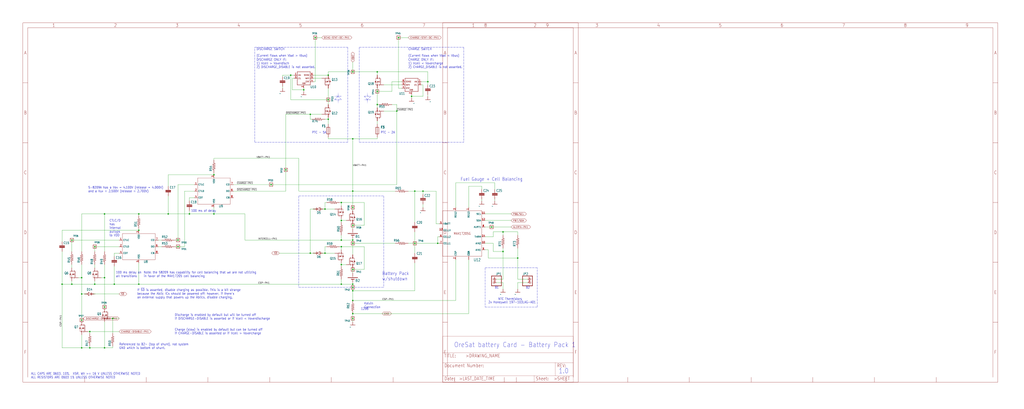
<source format=kicad_sch>
(kicad_sch (version 20211123) (generator eeschema)
  (paper "User" 796.29 317.906)
  (lib_symbols
    (symbol "oresat-batteries-eagle-import:B-18650-LI-BATTERY"
      (property "Reference" "B" (at 0 4.318 0))
      (property "Value" "B-18650-LI-BATTERY" (at 0 -4.318 0))
      (symbol "B-18650-LI-BATTERY_1_0"
        (pin power_in line (at 2.54 0 180) (length 2.54) (name "NEG") (number "NEG-T"))
        (pin power_in line (at -5.08 0 0) (length 2.54) (name "POS") (number "POS-T"))
      )
    )
    (symbol "oresat-batteries-eagle-import:C-EU0603-C-NOSILK"
      (property "Reference" "C" (at 1.524 0.381 0))
      (property "Value" "C-EU0603-C-NOSILK" (at 1.524 -4.699 0))
      (symbol "C-EU0603-C-NOSILK_1_0"
        (pin passive line (at 0 2.54 270) (length 2.54) (name "1") (number "1"))
        (pin passive line (at 0 -5.08 90) (length 2.54) (name "2") (number "2"))
      )
    )
    (symbol "oresat-batteries-eagle-import:DIODE-SOD323-R"
      (property "Reference" "D" (at -2.54 1.905 0))
      (property "Value" "DIODE-SOD323-R" (at -2.54 -3.81 0))
      (symbol "DIODE-SOD323-R_1_0"
        (text "SpiceOrder 1" (at -2.54 0 0) (effects (font (size 0.4064 0.3454))))
        (text "SpiceOrder 2" (at 2.54 0 0) (effects (font (size 0.4064 0.3454))))
        (pin passive line (at -2.54 0 0) (length 0) (name "A") (number "A"))
        (pin passive line (at 2.54 0 180) (length 0) (name "C") (number "C"))
      )
    )
    (symbol "oresat-batteries-eagle-import:FRAME_B_L"
      (symbol "FRAME_B_L_0_0"
        (text "1" (at 23.9889 277.495 0) (effects (font (size 2.54 2.286))))
        (text "2" (at 71.9667 277.495 0) (effects (font (size 2.54 2.286))))
        (text "3" (at 119.9444 277.495 0) (effects (font (size 2.54 2.286))))
        (text "4" (at 167.9222 277.495 0) (effects (font (size 2.54 2.286))))
        (text "5" (at 215.9 277.495 0) (effects (font (size 2.54 2.286))))
        (text "6" (at 263.8778 277.495 0) (effects (font (size 2.54 2.286))))
        (text "7" (at 311.8556 277.495 0) (effects (font (size 2.54 2.286))))
        (text "8" (at 359.8333 277.495 0) (effects (font (size 2.54 2.286))))
        (text "9" (at 407.8111 277.495 0) (effects (font (size 2.54 2.286))))
        (text "A" (at 1.905 256.1167 0) (effects (font (size 2.54 2.286))))
        (text "A" (at 429.895 256.1167 0) (effects (font (size 2.54 2.286))))
        (text "B" (at 1.905 209.55 0) (effects (font (size 2.54 2.286))))
        (text "B" (at 429.895 209.55 0) (effects (font (size 2.54 2.286))))
        (text "C" (at 1.905 162.9833 0) (effects (font (size 2.54 2.286))))
        (text "C" (at 429.895 162.9833 0) (effects (font (size 2.54 2.286))))
        (text "D" (at 1.905 116.4167 0) (effects (font (size 2.54 2.286))))
        (text "D" (at 429.895 116.4167 0) (effects (font (size 2.54 2.286))))
        (text "E" (at 1.905 69.85 0) (effects (font (size 2.54 2.286))))
        (text "E" (at 429.895 69.85 0) (effects (font (size 2.54 2.286))))
        (text "F" (at 1.905 23.2833 0) (effects (font (size 2.54 2.286))))
        (text "F" (at 429.895 23.2833 0) (effects (font (size 2.54 2.286))))
      )
      (symbol "FRAME_B_L_2_0"
        (text ">DRAWING_NAME" (at 17.78 19.05 0) (effects (font (size 2.54 2.159)) (justify left bottom)))
        (text ">LAST_DATE_TIME" (at 12.7 1.27 0) (effects (font (size 2.54 2.159)) (justify left bottom)))
        (text ">SHEET" (at 86.36 1.27 0) (effects (font (size 2.54 2.159)) (justify left bottom)))
        (text "Date:" (at 1.27 1.27 0) (effects (font (size 2.54 2.159)) (justify left bottom)))
        (text "Document Number:" (at 1.27 11.43 0) (effects (font (size 2.54 2.159)) (justify left bottom)))
        (text "REV:" (at 88.9 11.43 0) (effects (font (size 2.54 2.159)) (justify left bottom)))
        (text "Sheet:" (at 72.39 1.27 0) (effects (font (size 2.54 2.159)) (justify left bottom)))
        (text "TITLE:" (at 1.27 19.05 0) (effects (font (size 2.54 2.159)) (justify left bottom)))
      )
    )
    (symbol "oresat-batteries-eagle-import:GENERIC-FUSE-1206"
      (property "Reference" "F" (at -2.54 -3.81 0))
      (property "Value" "GENERIC-FUSE-1206" (at -2.54 -6.35 0))
      (symbol "GENERIC-FUSE-1206_1_0"
        (pin passive line (at 5.08 0 180) (length 5.08) (name "P$1") (number "1"))
        (pin passive line (at -5.08 0 0) (length 5.08) (name "P$2") (number "2"))
      )
    )
    (symbol "oresat-batteries-eagle-import:GND" (power)
      (property "Value" "GND" (at -2.54 -2.54 0))
      (symbol "GND_1_0"
        (pin power_in line (at 0 2.54 270) (length 2.54) (name "GND") (number "1"))
      )
    )
    (symbol "oresat-batteries-eagle-import:LTC4412"
      (property "Reference" "U" (at 5.08 -7.62 0))
      (property "Value" "LTC4412" (at 5.08 -10.16 0))
      (symbol "LTC4412_1_0"
        (text "CTL" (at -4.445 -0.635 0) (effects (font (size 1.016 0.8636)) (justify left bottom)))
        (text "GATE" (at 4.445 0.635 0) (effects (font (size 1.016 0.8636)) (justify right top)))
        (text "GND" (at -1.27 -4.445 0) (effects (font (size 1.016 0.8636)) (justify left bottom)))
        (text "SENSE" (at 4.445 3.175 0) (effects (font (size 1.016 0.8636)) (justify right top)))
        (text "STAT" (at 4.445 -1.905 0) (effects (font (size 1.016 0.8636)) (justify right top)))
        (text "VIN" (at -4.445 1.905 0) (effects (font (size 1.016 0.8636)) (justify left bottom)))
        (pin power_in line (at -7.62 2.54 0) (length 2.54) (name "VIN") (number "1"))
        (pin power_in line (at 0 -7.62 90) (length 2.54) (name "GND") (number "2"))
        (pin input line (at -7.62 0 0) (length 2.54) (name "CTL") (number "3"))
        (pin open_collector line (at 7.62 -2.54 180) (length 2.54) (name "STAT") (number "4"))
        (pin output line (at 7.62 0 180) (length 2.54) (name "GATE") (number "5"))
        (pin input line (at 7.62 2.54 180) (length 2.54) (name "SENSE") (number "6"))
      )
    )
    (symbol "oresat-batteries-eagle-import:MAX17205G"
      (property "Reference" "U" (at 10.16 -22.86 0))
      (property "Value" "MAX17205G" (at 10.16 -25.4 0))
      (symbol "MAX17205G_1_0"
        (text "MAX17205G" (at 0 0 0) (effects (font (size 1.778 1.5113))))
        (pin power_in line (at 5.08 20.32 270) (length 2.54) (name "REG3") (number "1"))
        (pin input line (at 17.78 -7.62 180) (length 2.54) (name "AIN2") (number "10"))
        (pin input line (at 17.78 15.24 180) (length 2.54) (name "SCL") (number "11"))
        (pin bidirectional line (at 17.78 10.16 180) (length 2.54) (name "SDA") (number "12"))
        (pin passive line (at -17.78 2.54 0) (length 2.54) (name "CELLX") (number "13"))
        (pin passive line (at 17.78 -2.54 180) (length 2.54) (name "THRM") (number "14"))
        (pin passive line (at -5.08 -20.32 90) (length 2.54) (name "CSP") (number "2"))
        (pin power_in line (at -5.08 20.32 270) (length 2.54) (name "REG2") (number "3"))
        (pin passive line (at 5.08 -20.32 90) (length 2.54) (name "CSN") (number "4"))
        (pin power_in line (at -17.78 7.62 0) (length 2.54) (name "VBATT") (number "5"))
        (pin passive line (at -17.78 -2.54 0) (length 2.54) (name "CELL2") (number "6"))
        (pin passive line (at -17.78 -7.62 0) (length 2.54) (name "CELL1") (number "7"))
        (pin output line (at 17.78 5.08 180) (length 2.54) (name "ALRT1") (number "8"))
        (pin input line (at 17.78 -12.7 180) (length 2.54) (name "AIN1") (number "9"))
        (pin passive line (at 5.08 -20.32 90) (length 2.54) (name "CSN") (number "EP"))
      )
    )
    (symbol "oresat-batteries-eagle-import:N-MOSFET-SOT-23-3"
      (property "Reference" "Q" (at 5.08 0 0))
      (property "Value" "N-MOSFET-SOT-23-3" (at 5.08 -2.54 0))
      (symbol "N-MOSFET-SOT-23-3_1_0"
        (pin passive line (at -2.54 -2.54 0) (length 2.54) (name "G") (number "1"))
        (pin passive line (at 2.54 -5.08 90) (length 2.54) (name "S") (number "2"))
        (pin passive line (at 2.54 5.08 270) (length 2.54) (name "D") (number "3"))
      )
    )
    (symbol "oresat-batteries-eagle-import:P-MOSFET-SOT23-3"
      (property "Reference" "Q" (at 5.08 0 0))
      (property "Value" "P-MOSFET-SOT23-3" (at 5.08 -2.54 0))
      (symbol "P-MOSFET-SOT23-3_1_0"
        (pin passive line (at -2.54 2.54 0) (length 2.54) (name "G") (number "1"))
        (pin passive line (at 2.54 5.08 270) (length 2.54) (name "S") (number "2"))
        (pin passive line (at 2.54 -5.08 90) (length 2.54) (name "D") (number "3"))
      )
    )
    (symbol "oresat-batteries-eagle-import:PINHD-1X2"
      (property "Reference" "JP" (at -6.35 5.715 0))
      (property "Value" "PINHD-1X2" (at -6.35 -5.08 0))
      (symbol "PINHD-1X2_1_0"
        (pin passive inverted (at -2.54 2.54 0) (length 2.54) (name "1") (number "1"))
        (pin passive inverted (at -2.54 0 0) (length 2.54) (name "2") (number "2"))
      )
    )
    (symbol "oresat-batteries-eagle-import:Q-VISHAY-MOSFET-PCH-POWERPAK-1212-8"
      (property "Reference" "Q" (at 5.08 0.635 0))
      (property "Value" "Q-VISHAY-MOSFET-PCH-POWERPAK-1212-8" (at 5.08 -1.905 0))
      (symbol "Q-VISHAY-MOSFET-PCH-POWERPAK-1212-8_1_0"
        (pin passive line (at 2.54 5.08 270) (length 2.54) (name "S") (number "1"))
        (pin passive line (at 2.54 5.08 270) (length 2.54) (name "S") (number "2"))
        (pin passive line (at 2.54 5.08 270) (length 2.54) (name "S") (number "3"))
        (pin passive line (at -2.54 2.54 0) (length 2.54) (name "G") (number "4"))
        (pin passive line (at 2.54 -5.08 90) (length 2.54) (name "D") (number "5"))
        (pin passive line (at 2.54 -5.08 90) (length 2.54) (name "D") (number "6"))
        (pin passive line (at 2.54 -5.08 90) (length 2.54) (name "D") (number "7"))
        (pin passive line (at 2.54 -5.08 90) (length 2.54) (name "D") (number "8"))
        (pin passive line (at 2.54 -5.08 90) (length 2.54) (name "D") (number "PAD"))
      )
    )
    (symbol "oresat-batteries-eagle-import:R-US_0603-C-NOSILK"
      (property "Reference" "R" (at -3.81 1.4986 0))
      (property "Value" "R-US_0603-C-NOSILK" (at -3.81 -3.302 0))
      (symbol "R-US_0603-C-NOSILK_1_0"
        (pin passive line (at -5.08 0 0) (length 2.54) (name "1") (number "1"))
        (pin passive line (at 5.08 0 180) (length 2.54) (name "2") (number "2"))
      )
    )
    (symbol "oresat-batteries-eagle-import:R-US_1206-C"
      (property "Reference" "R" (at -3.81 1.4986 0))
      (property "Value" "R-US_1206-C" (at -3.81 -3.302 0))
      (symbol "R-US_1206-C_1_0"
        (pin passive line (at -5.08 0 0) (length 2.54) (name "1") (number "1"))
        (pin passive line (at 5.08 0 180) (length 2.54) (name "2") (number "2"))
      )
    )
    (symbol "oresat-batteries-eagle-import:S-8209AXXT"
      (property "Reference" "U" (at 5.08 15.24 0))
      (property "Value" "S-8209AXXT" (at 5.08 12.7 0))
      (symbol "S-8209AXXT_1_0"
        (pin passive line (at -15.24 5.08 0) (length 2.54) (name "CTLC") (number "1"))
        (pin input line (at -15.24 0 0) (length 2.54) (name "CTLD") (number "2"))
        (pin power_in line (at 0 12.7 270) (length 2.54) (name "VDD") (number "3"))
        (pin passive line (at -15.24 -5.08 0) (length 2.54) (name "CDT") (number "4"))
        (pin power_in line (at 0 -12.7 90) (length 2.54) (name "VSS") (number "5"))
        (pin open_collector line (at 15.24 0 180) (length 2.54) (name "DO") (number "6"))
        (pin open_collector line (at 15.24 5.08 180) (length 2.54) (name "CO") (number "7"))
        (pin output line (at 15.24 -5.08 180) (length 2.54) (name "CB") (number "8"))
      )
    )
    (symbol "oresat-batteries-eagle-import:TEST-POINT-LARGE-SQUARE"
      (property "Reference" "TP" (at -2.54 2.54 0))
      (symbol "TEST-POINT-LARGE-SQUARE_1_0"
        (pin passive line (at 0 0 0) (length 0) (name "1") (number "1"))
      )
    )
  )
  (junction (at 81.28 270.51))
  (junction (at 391.16 195.58))
  (junction (at 328.93 148.59))
  (junction (at 265.43 205.74))
  (junction (at 55.88 220.98))
  (junction (at 138.43 186.69))
  (junction (at 245.11 29.21))
  (junction (at 147.32 166.37))
  (junction (at 138.43 191.77))
  (junction (at 274.32 175.26))
  (junction (at 69.85 270.51))
  (junction (at 274.32 189.23))
  (junction (at 236.22 69.85))
  (junction (at 332.74 63.5))
  (junction (at 255.27 92.71))
  (junction (at 226.06 58.42))
  (junction (at 274.32 107.95))
  (junction (at 255.27 58.42))
  (junction (at 222.25 132.08))
  (junction (at 391.16 180.34))
  (junction (at 340.36 189.23))
  (junction (at 81.28 238.76))
  (junction (at 87.63 247.65))
  (junction (at 322.58 148.59))
  (junction (at 402.59 200.66))
  (junction (at 81.28 215.9))
  (junction (at 241.3 88.9))
  (junction (at 274.32 186.69))
  (junction (at 63.5 270.51))
  (junction (at 274.32 223.52))
  (junction (at 252.73 162.56))
  (junction (at 107.95 220.98))
  (junction (at 274.32 226.06))
  (junction (at 274.32 209.55))
  (junction (at 73.66 220.98))
  (junction (at 55.88 186.69))
  (junction (at 255.27 77.47))
  (junction (at 265.43 191.77))
  (junction (at 274.32 55.88))
  (junction (at 274.32 148.59))
  (junction (at 382.27 176.53))
  (junction (at 274.32 233.68))
  (junction (at 265.43 157.48))
  (junction (at 130.81 166.37))
  (junction (at 107.95 179.07))
  (junction (at 274.32 161.29))
  (junction (at 252.73 196.85))
  (junction (at 293.37 81.28))
  (junction (at 274.32 243.84))
  (junction (at 63.5 228.6))
  (junction (at 88.9 220.98))
  (junction (at 322.58 189.23))
  (junction (at 274.32 220.98))
  (junction (at 63.5 248.92))
  (junction (at 265.43 171.45))
  (junction (at 73.66 191.77))
  (junction (at 166.37 166.37))
  (junction (at 293.37 71.12))
  (junction (at 293.37 55.88))
  (junction (at 274.32 247.65))
  (junction (at 48.26 220.98))
  (junction (at 210.82 143.51))
  (junction (at 320.04 74.93))
  (junction (at 265.43 220.98))
  (junction (at 309.88 29.21))
  (junction (at 241.3 196.85))
  (junction (at 308.61 86.36))
  (junction (at 265.43 186.69))
  (junction (at 107.95 166.37))
  (junction (at 69.85 257.81))
  (junction (at 81.28 166.37))
  (junction (at 63.5 215.9))
  (junction (at 166.37 135.89))
  (wire (pts (xy 63.5 270.51) (xy 69.85 270.51)))
  (wire (pts (xy 274.32 209.55) (xy 274.32 208.28)))
  (polyline (pts (xy 288.29 74.93) (xy 285.75 77.47)))
  (wire (pts (xy 243.84 60.96) (xy 250.19 60.96)))
  (wire (pts (xy 63.5 215.9) (xy 63.5 228.6)))
  (polyline (pts (xy 262.89 74.93) (xy 262.89 72.39)))
  (polyline (pts (xy 232.41 223.52) (xy 298.45 223.52)))
  (polyline (pts (xy 279.4 36.83) (xy 279.4 110.49)))
  (wire (pts (xy 340.36 189.23) (xy 340.36 184.15)))
  (wire (pts (xy 265.43 204.47) (xy 265.43 205.74)))
  (wire (pts (xy 383.54 195.58) (xy 391.16 195.58)))
  (wire (pts (xy 228.6 60.96) (xy 227.33 60.96)))
  (wire (pts (xy 265.43 186.69) (xy 190.5 186.69)))
  (wire (pts (xy 107.95 179.07) (xy 48.26 179.07)))
  (wire (pts (xy 73.66 195.58) (xy 73.66 191.77)))
  (wire (pts (xy 81.28 215.9) (xy 81.28 238.76)))
  (wire (pts (xy 328.93 148.59) (xy 339.09 148.59)))
  (wire (pts (xy 135.89 191.77) (xy 138.43 191.77)))
  (wire (pts (xy 379.73 194.31) (xy 379.73 200.66)))
  (wire (pts (xy 309.88 29.21) (xy 317.5 29.21)))
  (wire (pts (xy 320.04 74.93) (xy 320.04 73.66)))
  (wire (pts (xy 265.43 205.74) (xy 265.43 207.01)))
  (wire (pts (xy 72.39 228.6) (xy 92.71 228.6)))
  (wire (pts (xy 265.43 157.48) (xy 283.21 157.48)))
  (wire (pts (xy 86.36 247.65) (xy 87.63 247.65)))
  (wire (pts (xy 274.32 247.65) (xy 274.32 250.19)))
  (wire (pts (xy 254 191.77) (xy 252.73 191.77)))
  (wire (pts (xy 69.85 257.81) (xy 92.71 257.81)))
  (wire (pts (xy 274.32 189.23) (xy 307.34 189.23)))
  (wire (pts (xy 241.3 196.85) (xy 245.11 196.85)))
  (wire (pts (xy 243.84 63.5) (xy 245.11 63.5)))
  (wire (pts (xy 73.66 205.74) (xy 73.66 208.28)))
  (wire (pts (xy 377.19 194.31) (xy 379.73 194.31)))
  (wire (pts (xy 190.5 186.69) (xy 190.5 166.37)))
  (wire (pts (xy 384.81 156.21) (xy 384.81 154.94)))
  (wire (pts (xy 264.16 157.48) (xy 265.43 157.48)))
  (wire (pts (xy 73.66 218.44) (xy 73.66 220.98)))
  (polyline (pts (xy 285.75 77.47) (xy 285.75 80.01)))
  (polyline (pts (xy 265.43 74.93) (xy 262.89 74.93)))
  (wire (pts (xy 322.58 148.59) (xy 328.93 148.59)))
  (wire (pts (xy 309.88 29.21) (xy 309.88 68.58)))
  (wire (pts (xy 377.19 189.23) (xy 383.54 189.23)))
  (wire (pts (xy 377.19 166.37) (xy 397.51 166.37)))
  (wire (pts (xy 60.96 215.9) (xy 63.5 215.9)))
  (wire (pts (xy 327.66 66.04) (xy 328.93 66.04)))
  (wire (pts (xy 265.43 171.45) (xy 265.43 170.18)))
  (wire (pts (xy 81.28 270.51) (xy 81.28 250.19)))
  (wire (pts (xy 92.71 186.69) (xy 55.88 186.69)))
  (wire (pts (xy 274.32 189.23) (xy 274.32 186.69)))
  (polyline (pts (xy 285.75 74.93) (xy 288.29 74.93)))
  (wire (pts (xy 255.27 77.47) (xy 255.27 81.28)))
  (polyline (pts (xy 260.35 77.47) (xy 262.89 77.47)))
  (wire (pts (xy 274.32 212.09) (xy 274.32 209.55)))
  (wire (pts (xy 107.95 179.07) (xy 107.95 177.8)))
  (wire (pts (xy 328.93 74.93) (xy 320.04 74.93)))
  (wire (pts (xy 107.95 166.37) (xy 81.28 166.37)))
  (wire (pts (xy 402.59 219.71) (xy 402.59 224.79)))
  (wire (pts (xy 298.45 66.04) (xy 312.42 66.04)))
  (wire (pts (xy 88.9 196.85) (xy 88.9 199.39)))
  (wire (pts (xy 269.24 171.45) (xy 265.43 171.45)))
  (wire (pts (xy 250.19 196.85) (xy 252.73 196.85)))
  (wire (pts (xy 391.16 195.58) (xy 391.16 217.17)))
  (wire (pts (xy 274.32 161.29) (xy 274.32 148.59)))
  (wire (pts (xy 55.88 208.28) (xy 55.88 205.74)))
  (wire (pts (xy 226.06 58.42) (xy 219.71 58.42)))
  (wire (pts (xy 166.37 135.89) (xy 130.81 135.89)))
  (wire (pts (xy 107.95 166.37) (xy 130.81 166.37)))
  (wire (pts (xy 383.54 180.34) (xy 391.16 180.34)))
  (wire (pts (xy 236.22 69.85) (xy 236.22 68.58)))
  (wire (pts (xy 327.66 63.5) (xy 332.74 63.5)))
  (wire (pts (xy 190.5 166.37) (xy 166.37 166.37)))
  (wire (pts (xy 255.27 107.95) (xy 274.32 107.95)))
  (wire (pts (xy 382.27 176.53) (xy 397.51 176.53)))
  (wire (pts (xy 308.61 143.51) (xy 210.82 143.51)))
  (wire (pts (xy 274.32 186.69) (xy 265.43 186.69)))
  (wire (pts (xy 283.21 175.26) (xy 283.21 157.48)))
  (wire (pts (xy 92.71 196.85) (xy 88.9 196.85)))
  (wire (pts (xy 269.24 205.74) (xy 265.43 205.74)))
  (wire (pts (xy 374.65 156.21) (xy 374.65 154.94)))
  (wire (pts (xy 294.64 81.28) (xy 293.37 81.28)))
  (wire (pts (xy 226.06 77.47) (xy 255.27 77.47)))
  (wire (pts (xy 283.21 209.55) (xy 274.32 209.55)))
  (wire (pts (xy 308.61 86.36) (xy 298.45 86.36)))
  (wire (pts (xy 55.88 195.58) (xy 55.88 186.69)))
  (wire (pts (xy 317.5 148.59) (xy 322.58 148.59)))
  (wire (pts (xy 252.73 162.56) (xy 260.35 162.56)))
  (wire (pts (xy 312.42 63.5) (xy 304.8 63.5)))
  (wire (pts (xy 63.5 195.58) (xy 63.5 166.37)))
  (wire (pts (xy 383.54 184.15) (xy 383.54 180.34)))
  (wire (pts (xy 227.33 69.85) (xy 236.22 69.85)))
  (polyline (pts (xy 283.21 74.93) (xy 285.75 74.93)))
  (wire (pts (xy 210.82 143.51) (xy 181.61 143.51)))
  (wire (pts (xy 69.85 257.81) (xy 69.85 259.08)))
  (wire (pts (xy 236.22 71.12) (xy 236.22 69.85)))
  (wire (pts (xy 48.26 220.98) (xy 55.88 220.98)))
  (wire (pts (xy 265.43 186.69) (xy 265.43 182.88)))
  (wire (pts (xy 87.63 247.65) (xy 92.71 247.65)))
  (wire (pts (xy 147.32 156.21) (xy 147.32 153.67)))
  (wire (pts (xy 147.32 166.37) (xy 130.81 166.37)))
  (wire (pts (xy 68.58 257.81) (xy 69.85 257.81)))
  (wire (pts (xy 245.11 29.21) (xy 250.19 29.21)))
  (polyline (pts (xy 198.12 36.83) (xy 270.51 36.83)))
  (wire (pts (xy 293.37 96.52) (xy 293.37 93.98)))
  (polyline (pts (xy 279.4 110.49) (xy 360.68 110.49)))
  (wire (pts (xy 402.59 217.17) (xy 410.21 217.17)))
  (wire (pts (xy 293.37 68.58) (xy 293.37 71.12)))
  (wire (pts (xy 374.65 147.32) (xy 374.65 144.78)))
  (wire (pts (xy 379.73 200.66) (xy 402.59 200.66)))
  (wire (pts (xy 107.95 167.64) (xy 107.95 166.37)))
  (wire (pts (xy 374.65 144.78) (xy 364.49 144.78)))
  (wire (pts (xy 254 157.48) (xy 252.73 157.48)))
  (wire (pts (xy 81.28 215.9) (xy 81.28 205.74)))
  (wire (pts (xy 274.32 226.06) (xy 274.32 233.68)))
  (wire (pts (xy 274.32 107.95) (xy 274.32 148.59)))
  (wire (pts (xy 265.43 191.77) (xy 283.21 191.77)))
  (wire (pts (xy 87.63 270.51) (xy 87.63 269.24)))
  (wire (pts (xy 391.16 217.17) (xy 386.08 217.17)))
  (wire (pts (xy 255.27 92.71) (xy 252.73 92.71)))
  (wire (pts (xy 255.27 92.71) (xy 255.27 96.52)))
  (wire (pts (xy 332.74 55.88) (xy 332.74 63.5)))
  (wire (pts (xy 274.32 226.06) (xy 322.58 226.06)))
  (wire (pts (xy 107.95 220.98) (xy 107.95 204.47)))
  (wire (pts (xy 243.84 58.42) (xy 255.27 58.42)))
  (wire (pts (xy 252.73 196.85) (xy 260.35 196.85)))
  (wire (pts (xy 226.06 77.47) (xy 226.06 58.42)))
  (wire (pts (xy 274.32 163.83) (xy 274.32 161.29)))
  (wire (pts (xy 255.27 55.88) (xy 274.32 55.88)))
  (wire (pts (xy 81.28 238.76) (xy 81.28 240.03)))
  (polyline (pts (xy 377.19 238.76) (xy 417.83 238.76)))
  (wire (pts (xy 241.3 88.9) (xy 222.25 88.9)))
  (polyline (pts (xy 232.41 152.4) (xy 232.41 223.52)))
  (wire (pts (xy 48.26 220.98) (xy 48.26 195.58)))
  (wire (pts (xy 402.59 180.34) (xy 402.59 182.88)))
  (wire (pts (xy 293.37 81.28) (xy 293.37 71.12)))
  (wire (pts (xy 274.32 226.06) (xy 274.32 223.52)))
  (wire (pts (xy 265.43 157.48) (xy 265.43 160.02)))
  (wire (pts (xy 219.71 59.69) (xy 219.71 58.42)))
  (polyline (pts (xy 262.89 77.47) (xy 262.89 80.01)))
  (wire (pts (xy 123.19 191.77) (xy 125.73 191.77)))
  (wire (pts (xy 391.16 219.71) (xy 386.08 219.71)))
  (wire (pts (xy 81.28 195.58) (xy 81.28 166.37)))
  (polyline (pts (xy 270.51 36.83) (xy 270.51 110.49)))
  (wire (pts (xy 166.37 123.19) (xy 232.41 123.19)))
  (wire (pts (xy 402.59 200.66) (xy 402.59 217.17)))
  (wire (pts (xy 293.37 55.88) (xy 293.37 58.42)))
  (wire (pts (xy 328.93 158.75) (xy 328.93 161.29)))
  (polyline (pts (xy 417.83 208.28) (xy 377.19 208.28)))
  (wire (pts (xy 245.11 162.56) (xy 241.3 162.56)))
  (wire (pts (xy 274.32 185.42) (xy 274.32 186.69)))
  (wire (pts (xy 391.16 182.88) (xy 391.16 180.34)))
  (wire (pts (xy 48.26 220.98) (xy 48.26 270.51)))
  (polyline (pts (xy 288.29 77.47) (xy 285.75 77.47)))
  (wire (pts (xy 81.28 215.9) (xy 78.74 215.9)))
  (wire (pts (xy 252.73 191.77) (xy 252.73 196.85)))
  (wire (pts (xy 274.32 198.12) (xy 274.32 189.23)))
  (wire (pts (xy 274.32 175.26) (xy 274.32 173.99)))
  (wire (pts (xy 354.33 142.24) (xy 384.81 142.24)))
  (wire (pts (xy 391.16 219.71) (xy 391.16 224.79)))
  (wire (pts (xy 73.66 220.98) (xy 88.9 220.98)))
  (wire (pts (xy 274.32 177.8) (xy 274.32 175.26)))
  (wire (pts (xy 63.5 215.9) (xy 63.5 205.74)))
  (wire (pts (xy 322.58 204.47) (xy 322.58 226.06)))
  (wire (pts (xy 241.3 196.85) (xy 217.17 196.85)))
  (wire (pts (xy 341.63 173.99) (xy 339.09 173.99)))
  (polyline (pts (xy 279.4 36.83) (xy 360.68 36.83)))
  (wire (pts (xy 48.26 270.51) (xy 63.5 270.51)))
  (polyline (pts (xy 285.75 77.47) (xy 283.21 77.47)))
  (wire (pts (xy 377.19 171.45) (xy 397.51 171.45)))
  (wire (pts (xy 55.88 220.98) (xy 73.66 220.98)))
  (wire (pts (xy 308.61 86.36) (xy 308.61 143.51)))
  (wire (pts (xy 328.93 151.13) (xy 328.93 148.59)))
  (polyline (pts (xy 265.43 77.47) (xy 262.89 74.93)))
  (wire (pts (xy 283.21 191.77) (xy 283.21 209.55)))
  (wire (pts (xy 322.58 172.72) (xy 322.58 148.59)))
  (wire (pts (xy 227.33 60.96) (xy 227.33 69.85)))
  (wire (pts (xy 377.19 176.53) (xy 382.27 176.53)))
  (wire (pts (xy 241.3 162.56) (xy 241.3 196.85)))
  (wire (pts (xy 63.5 270.51) (xy 63.5 260.35)))
  (wire (pts (xy 232.41 148.59) (xy 274.32 148.59)))
  (wire (pts (xy 309.88 68.58) (xy 312.42 68.58)))
  (wire (pts (xy 241.3 88.9) (xy 241.3 92.71)))
  (polyline (pts (xy 285.75 77.47) (xy 283.21 74.93)))
  (wire (pts (xy 69.85 270.51) (xy 81.28 270.51)))
  (polyline (pts (xy 270.51 110.49) (xy 198.12 110.49)))
  (wire (pts (xy 354.33 201.93) (xy 354.33 233.68)))
  (wire (pts (xy 293.37 83.82) (xy 293.37 81.28)))
  (wire (pts (xy 166.37 135.89) (xy 166.37 134.62)))
  (wire (pts (xy 274.32 107.95) (xy 293.37 107.95)))
  (wire (pts (xy 232.41 148.59) (xy 232.41 123.19)))
  (polyline (pts (xy 285.75 74.93) (xy 285.75 72.39)))
  (wire (pts (xy 340.36 184.15) (xy 341.63 184.15)))
  (wire (pts (xy 135.89 186.69) (xy 138.43 186.69)))
  (wire (pts (xy 320.04 76.2) (xy 320.04 74.93)))
  (wire (pts (xy 245.11 63.5) (xy 245.11 29.21)))
  (wire (pts (xy 274.32 175.26) (xy 283.21 175.26)))
  (wire (pts (xy 339.09 173.99) (xy 339.09 148.59)))
  (wire (pts (xy 332.74 63.5) (xy 332.74 66.04)))
  (wire (pts (xy 81.28 270.51) (xy 87.63 270.51)))
  (wire (pts (xy 322.58 189.23) (xy 340.36 189.23)))
  (wire (pts (xy 328.93 66.04) (xy 328.93 74.93)))
  (wire (pts (xy 293.37 55.88) (xy 332.74 55.88)))
  (wire (pts (xy 55.88 218.44) (xy 55.88 220.98)))
  (wire (pts (xy 255.27 68.58) (xy 255.27 77.47)))
  (wire (pts (xy 377.19 184.15) (xy 383.54 184.15)))
  (wire (pts (xy 322.58 189.23) (xy 322.58 180.34)))
  (wire (pts (xy 130.81 166.37) (xy 130.81 152.4)))
  (polyline (pts (xy 360.68 36.83) (xy 360.68 110.49)))
  (wire (pts (xy 383.54 189.23) (xy 383.54 195.58)))
  (wire (pts (xy 265.43 217.17) (xy 265.43 220.98)))
  (wire (pts (xy 147.32 166.37) (xy 147.32 163.83)))
  (wire (pts (xy 364.49 144.78) (xy 364.49 161.29)))
  (wire (pts (xy 87.63 247.65) (xy 87.63 259.08)))
  (wire (pts (xy 166.37 166.37) (xy 166.37 161.29)))
  (wire (pts (xy 147.32 153.67) (xy 151.13 153.67)))
  (wire (pts (xy 402.59 200.66) (xy 402.59 193.04)))
  (polyline (pts (xy 377.19 208.28) (xy 377.19 238.76)))
  (wire (pts (xy 252.73 157.48) (xy 252.73 162.56)))
  (polyline (pts (xy 417.83 238.76) (xy 417.83 208.28)))
  (wire (pts (xy 250.19 88.9) (xy 241.3 88.9)))
  (wire (pts (xy 332.74 73.66) (xy 332.74 74.93)))
  (wire (pts (xy 123.19 186.69) (xy 125.73 186.69)))
  (wire (pts (xy 265.43 220.98) (xy 107.95 220.98)))
  (wire (pts (xy 255.27 91.44) (xy 255.27 92.71)))
  (wire (pts (xy 67.31 228.6) (xy 63.5 228.6)))
  (wire (pts (xy 63.5 228.6) (xy 63.5 248.92)))
  (wire (pts (xy 391.16 195.58) (xy 391.16 193.04)))
  (wire (pts (xy 48.26 179.07) (xy 48.26 187.96)))
  (wire (pts (xy 391.16 180.34) (xy 402.59 180.34)))
  (wire (pts (xy 255.27 106.68) (xy 255.27 107.95)))
  (wire (pts (xy 219.71 67.31) (xy 219.71 68.58)))
  (wire (pts (xy 255.27 58.42) (xy 255.27 55.88)))
  (polyline (pts (xy 262.89 74.93) (xy 260.35 74.93)))
  (polyline (pts (xy 262.89 74.93) (xy 260.35 77.47)))
  (wire (pts (xy 228.6 58.42) (xy 226.06 58.42)))
  (wire (pts (xy 384.81 142.24) (xy 384.81 147.32)))
  (wire (pts (xy 274.32 219.71) (xy 274.32 220.98)))
  (wire (pts (xy 274.32 243.84) (xy 364.49 243.84)))
  (wire (pts (xy 264.16 191.77) (xy 265.43 191.77)))
  (wire (pts (xy 138.43 186.69) (xy 138.43 143.51)))
  (wire (pts (xy 274.32 55.88) (xy 293.37 55.88)))
  (wire (pts (xy 304.8 63.5) (xy 304.8 71.12)))
  (wire (pts (xy 92.71 191.77) (xy 73.66 191.77)))
  (wire (pts (xy 274.32 55.88) (xy 274.32 48.26)))
  (wire (pts (xy 138.43 191.77) (xy 143.51 191.77)))
  (wire (pts (xy 265.43 172.72) (xy 265.43 171.45)))
  (wire (pts (xy 364.49 201.93) (xy 364.49 243.84)))
  (wire (pts (xy 274.32 247.65) (xy 274.32 243.84)))
  (wire (pts (xy 222.25 148.59) (xy 222.25 132.08)))
  (wire (pts (xy 63.5 248.92) (xy 63.5 250.19)))
  (wire (pts (xy 274.32 148.59) (xy 307.34 148.59)))
  (wire (pts (xy 250.19 162.56) (xy 252.73 162.56)))
  (wire (pts (xy 166.37 166.37) (xy 147.32 166.37)))
  (wire (pts (xy 317.5 189.23) (xy 322.58 189.23)))
  (wire (pts (xy 88.9 220.98) (xy 107.95 220.98)))
  (wire (pts (xy 274.32 220.98) (xy 265.43 220.98)))
  (wire (pts (xy 130.81 135.89) (xy 130.81 144.78)))
  (wire (pts (xy 274.32 233.68) (xy 354.33 233.68)))
  (wire (pts (xy 304.8 81.28) (xy 308.61 81.28)))
  (wire (pts (xy 143.51 148.59) (xy 151.13 148.59)))
  (wire (pts (xy 222.25 88.9) (xy 222.25 132.08)))
  (wire (pts (xy 138.43 143.51) (xy 151.13 143.51)))
  (wire (pts (xy 293.37 107.95) (xy 293.37 106.68)))
  (wire (pts (xy 304.8 71.12) (xy 293.37 71.12)))
  (wire (pts (xy 354.33 161.29) (xy 354.33 142.24)))
  (wire (pts (xy 88.9 207.01) (xy 88.9 220.98)))
  (polyline (pts (xy 232.41 152.4) (xy 298.45 152.4)))
  (polyline (pts (xy 198.12 110.49) (xy 198.12 36.83)))
  (polyline (pts (xy 298.45 152.4) (xy 298.45 223.52)))
  (wire (pts (xy 241.3 92.71) (xy 242.57 92.71)))
  (wire (pts (xy 143.51 191.77) (xy 143.51 148.59)))
  (wire (pts (xy 81.28 166.37) (xy 63.5 166.37)))
  (wire (pts (xy 274.32 223.52) (xy 274.32 220.98)))
  (wire (pts (xy 265.43 191.77) (xy 265.43 194.31)))
  (wire (pts (xy 341.63 189.23) (xy 340.36 189.23)))
  (wire (pts (xy 410.21 219.71) (xy 402.59 219.71)))
  (wire (pts (xy 69.85 269.24) (xy 69.85 270.51)))
  (wire (pts (xy 308.61 81.28) (xy 308.61 86.36)))
  (wire (pts (xy 166.37 124.46) (xy 166.37 123.19)))
  (wire (pts (xy 322.58 196.85) (xy 322.58 189.23)))
  (wire (pts (xy 181.61 148.59) (xy 222.25 148.59)))
  (polyline (pts (xy 262.89 77.47) (xy 265.43 77.47)))
  (text "PTC - 5A" (at 242.57 104.14 180) (effects (font (size 1.778 1.5113)) (justify left bottom)))
  (text "S-8209A has a Vov = 4.100V (release = 4.000V)\nand a Vuv = 2.500V (release = 2.700V)" (at 68.58 149.86 0) (effects (font (size 1.778 1.5113)) (justify left bottom)))
  (text "Referenced to B2- (top of shunt), not system\nGND which is bottom of shunt." (at 92.71 271.78 0) (effects (font (size 1.778 1.5113)) (justify left bottom)))
  (text "B2" (at 408.94 224.79 180) (effects (font (size 1.778 1.5113)) (justify left bottom)))
  (text "CHARGE SWITCH" (at 317.5 39.37 180) (effects (font (size 1.778 1.5113)) (justify left bottom)))
  (text "1206" (at 280.67 241.3 180) (effects (font (size 1.778 1.5113)) (justify left bottom)))
  (text "Note: the S8209 has capability for cell balancing that we are not utilizing\nin favor of the MAX17205 cell balancing" (at 111.76 215.9 0) (effects (font (size 1.778 1.5113)) (justify left bottom)))
  (text "CHARGE ONLY IF:\n1) Vcell < Vovercharge\n2) CHARGE_DISABLE is not asserted." (at 317.5 53.34 0) (effects (font (size 1.778 1.5113)) (justify left bottom)))
  (text "Kelvin\nConnection" (at 283.21 240.03 180) (effects (font (size 1.778 1.5113)) (justify left bottom)))
  (text "Charge (slow) is enabled by default but can be turned off\nif CHARGE-DISABLE is asserted or if Vcell > Vovercharge" (at 135.89 260.35 0) (effects (font (size 1.778 1.5113)) (justify left bottom)))
  (text "B1" (at 384.81 224.79 180) (effects (font (size 1.778 1.5113)) (justify left bottom)))
  (text "PTC - 2A" (at 295.91 104.14 180) (effects (font (size 1.778 1.5113)) (justify left bottom)))
  (text "CTLC/D\nhas\ninternal\npullups\nto VDD" (at 85.09 184.15 180) (effects (font (size 1.778 1.5113)) (justify left bottom)))
  (text "OreSat battery Card - Battery Pack 1" (at 353.06 270.51 180) (effects (font (size 3.81 3.2385)) (justify left bottom)))
  (text "ALL CAPS ARE 0603, 10%,  X5R, WV >= 16 V UNLESS OTHERWISE NOTED\nALL RESISTORS ARE 0603 1% UNLESS OTHERWISE NOTED" (at 24.13 294.64 0) (effects (font (size 1.778 1.5113)) (justify left bottom)))
  (text "DISCHARGE SWITCH" (at 199.39 39.37 180) (effects (font (size 1.778 1.5113)) (justify left bottom)))
  (text "NTC Thermistors" (at 387.35 233.68 180) (effects (font (size 1.778 1.5113)) (justify left bottom)))
  (text "1.0" (at 434.34 290.83 180) (effects (font (size 3.81 3.2385)) (justify left bottom)))
  (text "Discharge is enabled by default but will be turned off\nif DISCHARGE-DISABLE is asserted or if Vcell < Voverdischarge" (at 135.89 248.92 0) (effects (font (size 1.778 1.5113)) (justify left bottom)))
  (text "2x Honeywell 197-103LAG-A01" (at 379.73 236.22 180) (effects (font (size 1.778 1.5113)) (justify left bottom)))
  (text "If ~{SD} is asserted, disable charging as possible. This is a bit strange\nbecause the Ablic ICs should be powered off; however, if there's\nan external supply that powers up the Ablics, disable charging." (at 106.68 232.41 0) (effects (font (size 1.778 1.5113)) (justify left bottom)))
  (text "(Current flows when Vbat > Vbus)" (at 199.39 44.45 180) (effects (font (size 1.778 1.5113)) (justify left bottom)))
  (text "(Current flows when Vbat < Vbus)" (at 317.5 44.45 180) (effects (font (size 1.778 1.5113)) (justify left bottom)))
  (text "100 ms of delay" (at 148.59 165.1 180) (effects (font (size 1.778 1.5113)) (justify left bottom)))
  (text "DISCHARGE ONLY IF:\n1) Vcell > Voverdisch\n2) DISCHARGE_DISABLE is not asserted." (at 199.39 53.34 0) (effects (font (size 1.778 1.5113)) (justify left bottom)))
  (text "Fuel Gauge + Cell Balancing" (at 358.14 140.97 180) (effects (font (size 2.54 2.159)) (justify left bottom)))
  (text "Battery Pack\nw/shutdown" (at 297.18 218.44 180) (effects (font (size 2.54 2.159)) (justify left bottom)))
  (text "100 ms delay on\nall transitions" (at 90.17 215.9 180) (effects (font (size 1.778 1.5113)) (justify left bottom)))
  (label "CSP-PK1" (at 48.26 254 90) (effects (font (size 1.2446 1.2446))))
  (label "VBATT-PK1" (at 199.39 123.19 0) (effects (font (size 1.2446 1.2446))))
  (label "~{DISCHARGE-PK1}" (at 222.25 88.9 0) (effects (font (size 1.2446 1.2446))))
  (label "INTERCELL-PK1" (at 200.66 186.69 0) (effects (font (size 1.2446 1.2446))))
  (label "VBATT-PK1" (at 274.32 129.54 0) (effects (font (size 1.2446 1.2446))))
  (label "~{CHARGE-PK1}" (at 308.61 86.36 0) (effects (font (size 1.2446 1.2446))))
  (label "~{DISCHARGE-PK1}" (at 184.15 148.59 0) (effects (font (size 1.2446 1.2446))))
  (label "CSP-PK1" (at 200.66 220.98 0) (effects (font (size 1.2446 1.2446))))
  (label "CSP-PK1" (at 297.18 233.68 0) (effects (font (size 1.2446 1.2446))))
  (label "~{CHARGE-PK1}" (at 184.15 143.51 0) (effects (font (size 1.2446 1.2446))))
  (global_label "PB6/SCL" (shape bidirectional) (at 397.51 166.37 0) (effects (font (size 1.2446 1.2446))) (property "Intersheet References" "${INTERSHEET_REFS}" (effects hide)))
  (global_label "~{SD}" (shape bidirectional) (at 217.17 196.85 180) (effects (font (size 1.2446 1.2446))) (property "Intersheet References" "${INTERSHEET_REFS}" (effects hide)))
  (global_label "DISCHARGE-DISABLE-PK1" (shape bidirectional) (at 92.71 247.65 180) (effects (font (size 1.2446 1.2446))) (property "Intersheet References" "${INTERSHEET_REFS}" (effects hide)))
  (global_label "CHARGE-STAT-OC-PK1" (shape bidirectional) (at 317.5 29.21 0) (effects (font (size 1.2446 1.2446))) (property "Intersheet References" "${INTERSHEET_REFS}" (effects hide)))
  (global_label "PB7/SDA" (shape bidirectional) (at 397.51 171.45 0) (effects (font (size 1.2446 1.2446))) (property "Intersheet References" "${INTERSHEET_REFS}" (effects hide)))
  (global_label "~{SD}" (shape bidirectional) (at 92.71 228.6 0) (effects (font (size 1.2446 1.2446))) (property "Intersheet References" "${INTERSHEET_REFS}" (effects hide)))
  (global_label "GND" (shape bidirectional) (at 297.18 243.84 0) (effects (font (size 1.2446 1.2446))) (property "Intersheet References" "${INTERSHEET_REFS}" (effects hide)))
  (global_label "DCHG-STAT-OC-PK1" (shape bidirectional) (at 250.19 29.21 0) (effects (font (size 1.2446 1.2446))) (property "Intersheet References" "${INTERSHEET_REFS}" (effects hide)))
  (global_label "VBAT" (shape bidirectional) (at 274.32 48.26 90) (effects (font (size 1.2446 1.2446))) (property "Intersheet References" "${INTERSHEET_REFS}" (effects hide)))
  (global_label "ALERTA-PK1" (shape bidirectional) (at 397.51 176.53 0) (effects (font (size 1.2446 1.2446))) (property "Intersheet References" "${INTERSHEET_REFS}" (effects hide)))
  (global_label "CHARGE-DISABLE-PK1" (shape bidirectional) (at 92.71 257.81 0) (effects (font (size 1.2446 1.2446))) (property "Intersheet References" "${INTERSHEET_REFS}" (effects hide)))
  (symbol (lib_id "oresat-batteries-eagle-import:C-EU0603-C-NOSILK") (at 332.74 68.58 0) (unit 1)
    (property "Reference" "C23" (at 333.756 67.945 0) (effects (font (size 1.778 1.5113)) (justify left bottom)))
  )
  (symbol (lib_id "oresat-batteries-eagle-import:C-EU0603-C-NOSILK") (at 384.81 149.86 0) (unit 1)
    (property "Reference" "C25" (at 385.826 149.225 0) (effects (font (size 1.778 1.5113)) (justify left bottom)))
  )
  (symbol (lib_id "oresat-batteries-eagle-import:R-US_0603-C-NOSILK") (at 312.42 148.59 180) (unit 1)
    (property "Reference" "R65" (at 307.34 147.32 0) (effects (font (size 1.778 1.5113)) (justify right top)))
  )
  (symbol (lib_id "oresat-batteries-eagle-import:P-MOSFET-SOT23-3") (at 262.89 199.39 0) (unit 1)
    (property "Reference" "Q15" (at 256.54 201.93 0) (effects (font (size 1.778 1.5113)) (justify left bottom)))
  )
  (symbol (lib_id "oresat-batteries-eagle-import:TEST-POINT-LARGE-SQUARE") (at 382.27 176.53 0) (mirror y) (unit 1)
    (property "Reference" "TP48" (at 379.73 173.99 0) (effects (font (size 1.27 1.0795)) (justify right bottom)))
  )
  (symbol (lib_id "oresat-batteries-eagle-import:GND") (at 384.81 158.75 0) (unit 1)
    (property "Reference" "#GND54" (effects hide))
  )
  (symbol (lib_id "oresat-batteries-eagle-import:R-US_0603-C-NOSILK") (at 265.43 177.8 270) (unit 1)
    (property "Reference" "R60" (at 264.16 180.34 0) (effects (font (size 1.778 1.5113)) (justify right top)))
  )
  (symbol (lib_id "oresat-batteries-eagle-import:C-EU0603-C-NOSILK") (at 322.58 175.26 0) (unit 1)
    (property "Reference" "C20" (at 323.85 173.99 0) (effects (font (size 1.778 1.5113)) (justify left bottom)))
  )
  (symbol (lib_id "oresat-batteries-eagle-import:DIODE-SOD323-R") (at 247.65 196.85 0) (mirror y) (unit 1)
    (property "Reference" "D6" (at 246.38 200.66 0) (effects (font (size 1.778 1.5113)) (justify right bottom)))
  )
  (symbol (lib_id "oresat-batteries-eagle-import:TEST-POINT-LARGE-SQUARE") (at 255.27 77.47 270) (unit 1)
    (property "Reference" "TP23" (at 257.81 74.93 0) (effects (font (size 1.27 1.0795)) (justify left bottom)))
  )
  (symbol (lib_id "oresat-batteries-eagle-import:TEST-POINT-LARGE-SQUARE") (at 138.43 186.69 270) (mirror x) (unit 1)
    (property "Reference" "TP30" (at 140.97 187.96 90) (effects (font (size 1.27 1.0795)) (justify left bottom)))
  )
  (symbol (lib_id "oresat-batteries-eagle-import:TEST-POINT-LARGE-SQUARE") (at 81.28 238.76 0) (unit 1)
    (property "Reference" "TP29" (at 78.74 236.22 0) (effects (font (size 1.27 1.0795)) (justify left bottom)))
  )
  (symbol (lib_id "oresat-batteries-eagle-import:TEST-POINT-LARGE-SQUARE") (at 55.88 186.69 0) (mirror y) (unit 1)
    (property "Reference" "TP26" (at 60.96 184.15 0) (effects (font (size 1.27 1.0795)) (justify left bottom)))
  )
  (symbol (lib_id "oresat-batteries-eagle-import:TEST-POINT-LARGE-SQUARE") (at 274.32 223.52 90) (unit 1)
    (property "Reference" "TP42" (at 267.97 226.06 90) (effects (font (size 1.27 1.0795)) (justify right top)))
  )
  (symbol (lib_id "oresat-batteries-eagle-import:R-US_0603-C-NOSILK") (at 55.88 200.66 90) (unit 1)
    (property "Reference" "R45" (at 54.61 204.47 0) (effects (font (size 1.778 1.5113)) (justify left bottom)))
  )
  (symbol (lib_id "oresat-batteries-eagle-import:GND") (at 332.74 77.47 0) (mirror y) (unit 1)
    (property "Reference" "#GND50" (effects hide))
  )
  (symbol (lib_id "oresat-batteries-eagle-import:R-US_0603-C-NOSILK") (at 130.81 186.69 0) (unit 1)
    (property "Reference" "R52" (at 125.73 185.1914 0) (effects (font (size 1.778 1.5113)) (justify left bottom)))
  )
  (symbol (lib_id "oresat-batteries-eagle-import:GND") (at 402.59 227.33 0) (unit 1)
    (property "Reference" "#GND56" (effects hide))
  )
  (symbol (lib_id "oresat-batteries-eagle-import:P-MOSFET-SOT23-3") (at 262.89 165.1 0) (unit 1)
    (property "Reference" "Q14" (at 256.54 167.64 0) (effects (font (size 1.778 1.5113)) (justify left bottom)))
  )
  (symbol (lib_id "oresat-batteries-eagle-import:TEST-POINT-LARGE-SQUARE") (at 73.66 191.77 0) (mirror y) (unit 1)
    (property "Reference" "TP28" (at 77.47 189.23 0) (effects (font (size 1.27 1.0795)) (justify left bottom)))
  )
  (symbol (lib_id "oresat-batteries-eagle-import:R-US_0603-C-NOSILK") (at 73.66 200.66 90) (unit 1)
    (property "Reference" "R48" (at 72.39 205.74 0) (effects (font (size 1.778 1.5113)) (justify left bottom)))
  )
  (symbol (lib_id "oresat-batteries-eagle-import:R-US_0603-C-NOSILK") (at 402.59 187.96 90) (unit 1)
    (property "Reference" "R73" (at 401.0914 191.77 0) (effects (font (size 1.778 1.5113)) (justify left bottom)))
  )
  (symbol (lib_id "oresat-batteries-eagle-import:MAX17205G") (at 359.41 181.61 0) (unit 1)
    (property "Reference" "U12" (at 368.3 203.2 0) (effects (font (size 2.0828 1.7703)) (justify left bottom)))
  )
  (symbol (lib_id "oresat-batteries-eagle-import:B-18650-LI-BATTERY") (at 274.32 217.17 270) (unit 1)
    (property "Reference" "B2" (at 278.13 219.202 90) (effects (font (size 1.778 1.778)) (justify bottom)))
  )
  (symbol (lib_id "oresat-batteries-eagle-import:LTC4412") (at 236.22 60.96 0) (unit 1)
    (property "Reference" "U10" (at 241.3 68.58 0) (effects (font (size 1.778 1.5113)) (justify left bottom)))
  )
  (symbol (lib_id "oresat-batteries-eagle-import:LTC4412") (at 320.04 66.04 0) (mirror y) (unit 1)
    (property "Reference" "U11" (at 314.96 73.66 0) (effects (font (size 1.778 1.5113)) (justify left bottom)))
  )
  (symbol (lib_id "oresat-batteries-eagle-import:R-US_0603-C-NOSILK") (at 391.16 187.96 90) (unit 1)
    (property "Reference" "R71" (at 389.6614 191.77 0) (effects (font (size 1.778 1.5113)) (justify left bottom)))
  )
  (symbol (lib_id "oresat-batteries-eagle-import:GND") (at 274.32 252.73 0) (unit 1)
    (property "Reference" "#GND46" (effects hide))
  )
  (symbol (lib_id "oresat-batteries-eagle-import:C-EU0603-C-NOSILK") (at 147.32 158.75 0) (unit 1)
    (property "Reference" "C18" (at 148.336 158.115 0) (effects (font (size 1.778 1.5113)) (justify left bottom)))
  )
  (symbol (lib_id "oresat-batteries-eagle-import:GENERIC-FUSE-1206") (at 293.37 101.6 90) (unit 1)
    (property "Reference" "F3" (at 295.91 100.1014 90) (effects (font (size 1.778 1.5113) bold) (justify right top)))
  )
  (symbol (lib_id "oresat-batteries-eagle-import:B-18650-LI-BATTERY") (at 274.32 182.88 270) (unit 1)
    (property "Reference" "B1" (at 278.13 184.912 90) (effects (font (size 1.778 1.778)) (justify bottom)))
  )
  (symbol (lib_id "oresat-batteries-eagle-import:R-US_0603-C-NOSILK") (at 299.72 81.28 180) (unit 1)
    (property "Reference" "R55" (at 294.64 83.82 0) (effects (font (size 1.778 1.5113)) (justify right top)))
  )
  (symbol (lib_id "oresat-batteries-eagle-import:GND") (at 391.16 227.33 0) (unit 1)
    (property "Reference" "#GND55" (effects hide))
  )
  (symbol (lib_id "oresat-batteries-eagle-import:TEST-POINT-LARGE-SQUARE") (at 274.32 189.23 90) (unit 1)
    (property "Reference" "TP40" (at 276.86 187.96 90) (effects (font (size 1.27 1.0795)) (justify right top)))
  )
  (symbol (lib_id "oresat-batteries-eagle-import:PINHD-1X2") (at 383.54 219.71 0) (mirror y) (unit 1)
    (property "Reference" "JP1" (at 389.89 213.995 0) (effects (font (size 1.778 1.5113)) (justify left bottom)))
  )
  (symbol (lib_id "oresat-batteries-eagle-import:R-US_0603-C-NOSILK") (at 69.85 264.16 90) (unit 1)
    (property "Reference" "R47" (at 68.58 269.24 0) (effects (font (size 1.778 1.5113)) (justify left bottom)))
  )
  (symbol (lib_id "oresat-batteries-eagle-import:R-US_0603-C-NOSILK") (at 87.63 264.16 90) (unit 1)
    (property "Reference" "R50" (at 86.36 269.24 0) (effects (font (size 1.778 1.5113)) (justify left bottom)))
  )
  (symbol (lib_id "oresat-batteries-eagle-import:C-EU0603-C-NOSILK") (at 374.65 149.86 0) (unit 1)
    (property "Reference" "C24" (at 375.666 149.225 0) (effects (font (size 1.778 1.5113)) (justify left bottom)))
  )
  (symbol (lib_id "oresat-batteries-eagle-import:R-US_0603-C-NOSILK") (at 259.08 157.48 0) (unit 1)
    (property "Reference" "R58" (at 254 156.21 0) (effects (font (size 1.778 1.5113)) (justify left bottom)))
  )
  (symbol (lib_id "oresat-batteries-eagle-import:N-MOSFET-SOT-23-3") (at 66.04 255.27 0) (mirror y) (unit 1)
    (property "Reference" "Q7" (at 60.96 255.27 0) (effects (font (size 1.778 1.5113)) (justify left bottom)))
  )
  (symbol (lib_id "oresat-batteries-eagle-import:Q-VISHAY-MOSFET-PCH-POWERPAK-1212-8") (at 271.78 168.91 0) (mirror x) (unit 1)
    (property "Reference" "Q16" (at 276.86 169.545 0) (effects (font (size 1.778 1.5113)) (justify left bottom)))
  )
  (symbol (lib_id "oresat-batteries-eagle-import:GND") (at 374.65 158.75 0) (unit 1)
    (property "Reference" "#GND53" (effects hide))
  )
  (symbol (lib_id "oresat-batteries-eagle-import:R-US_0603-C-NOSILK") (at 81.28 200.66 270) (unit 1)
    (property "Reference" "R49" (at 80.01 205.74 0) (effects (font (size 1.778 1.5113)) (justify right top)))
  )
  (symbol (lib_id "oresat-batteries-eagle-import:R-US_0603-C-NOSILK") (at 63.5 200.66 90) (unit 1)
    (property "Reference" "R46" (at 62.23 204.47 0) (effects (font (size 1.778 1.5113)) (justify left bottom)))
  )
  (symbol (lib_id "oresat-batteries-eagle-import:TEST-POINT-LARGE-SQUARE") (at 210.82 143.51 0) (unit 1)
    (property "Reference" "TP33" (at 208.28 140.97 0) (effects (font (size 1.27 1.0795)) (justify left bottom)))
  )
  (symbol (lib_id "oresat-batteries-eagle-import:TEST-POINT-LARGE-SQUARE") (at 274.32 55.88 90) (unit 1)
    (property "Reference" "TP36" (at 271.78 58.42 0) (effects (font (size 1.27 1.0795)) (justify left bottom)))
  )
  (symbol (lib_id "oresat-batteries-eagle-import:R-US_0603-C-NOSILK") (at 166.37 129.54 90) (unit 1)
    (property "Reference" "R54" (at 164.8714 133.35 0) (effects (font (size 1.778 1.5113)) (justify left bottom)))
  )
  (symbol (lib_id "oresat-batteries-eagle-import:C-EU0603-C-NOSILK") (at 48.26 190.5 0) (unit 1)
    (property "Reference" "C15" (at 49.276 189.865 0) (effects (font (size 1.778 1.5113)) (justify left bottom)))
  )
  (symbol (lib_id "oresat-batteries-eagle-import:GND") (at 328.93 163.83 0) (unit 1)
    (property "Reference" "#GND49" (effects hide))
  )
  (symbol (lib_id "oresat-batteries-eagle-import:GND") (at 236.22 73.66 0) (unit 1)
    (property "Reference" "#GND45" (effects hide))
  )
  (symbol (lib_id "oresat-batteries-eagle-import:Q-VISHAY-MOSFET-PCH-POWERPAK-1212-8") (at 295.91 88.9 0) (mirror y) (unit 1)
    (property "Reference" "Q19" (at 290.83 88.265 0) (effects (font (size 1.778 1.5113)) (justify left bottom)))
  )
  (symbol (lib_id "oresat-batteries-eagle-import:TEST-POINT-LARGE-SQUARE") (at 309.88 29.21 0) (mirror y) (unit 1)
    (property "Reference" "TP45" (at 307.34 26.67 0) (effects (font (size 1.27 1.0795)) (justify right bottom)))
  )
  (symbol (lib_id "oresat-batteries-eagle-import:C-EU0603-C-NOSILK") (at 219.71 62.23 0) (unit 1)
    (property "Reference" "C19" (at 220.726 61.595 0) (effects (font (size 1.778 1.5113)) (justify left bottom)))
  )
  (symbol (lib_id "oresat-batteries-eagle-import:TEST-POINT-LARGE-SQUARE") (at 274.32 161.29 90) (unit 1)
    (property "Reference" "TP38" (at 271.78 163.83 0) (effects (font (size 1.27 1.0795)) (justify left bottom)))
  )
  (symbol (lib_id "oresat-batteries-eagle-import:GND") (at 219.71 71.12 0) (unit 1)
    (property "Reference" "#GND44" (effects hide))
  )
  (symbol (lib_id "oresat-batteries-eagle-import:R-US_1206-C") (at 274.32 238.76 270) (unit 1)
    (property "Reference" "R62" (at 271.78 240.03 0) (effects (font (size 1.778 1.5113)) (justify right top)))
  )
  (symbol (lib_id "oresat-batteries-eagle-import:TEST-POINT-LARGE-SQUARE") (at 274.32 175.26 90) (unit 1)
    (property "Reference" "TP39" (at 276.86 177.8 90) (effects (font (size 1.27 1.0795)) (justify right top)))
  )
  (symbol (lib_id "oresat-batteries-eagle-import:GND") (at 320.04 78.74 0) (mirror y) (unit 1)
    (property "Reference" "#GND48" (effects hide))
  )
  (symbol (lib_id "oresat-batteries-eagle-import:TEST-POINT-LARGE-SQUARE") (at 245.11 29.21 0) (mirror y) (unit 1)
    (property "Reference" "TP35" (at 242.57 26.67 0) (effects (font (size 1.27 1.0795)) (justify right bottom)))
  )
  (symbol (lib_id "oresat-batteries-eagle-import:DIODE-SOD323-R") (at 69.85 228.6 0) (unit 1)
    (property "Reference" "D14" (at 67.31 226.06 0) (effects (font (size 1.778 1.5113)) (justify left bottom)))
  )
  (symbol (lib_id "oresat-batteries-eagle-import:Q-VISHAY-MOSFET-PCH-POWERPAK-1212-8") (at 295.91 63.5 180) (unit 1)
    (property "Reference" "Q18" (at 290.83 64.135 0) (effects (font (size 1.778 1.5113)) (justify left bottom)))
  )
  (symbol (lib_id "oresat-batteries-eagle-import:TEST-POINT-LARGE-SQUARE") (at 222.25 132.08 90) (unit 1)
    (property "Reference" "TP32" (at 219.71 134.62 0) (effects (font (size 1.27 1.0795)) (justify left bottom)))
  )
  (symbol (lib_id "oresat-batteries-eagle-import:N-MOSFET-SOT-23-3") (at 76.2 213.36 0) (mirror y) (unit 1)
    (property "Reference" "Q8" (at 71.12 213.36 0) (effects (font (size 1.778 1.5113)) (justify left bottom)))
  )
  (symbol (lib_id "oresat-batteries-eagle-import:GENERIC-FUSE-1206") (at 255.27 101.6 90) (unit 1)
    (property "Reference" "F1" (at 250.19 99.06 90) (effects (font (size 1.778 1.5113) bold) (justify right top)))
  )
  (symbol (lib_id "oresat-batteries-eagle-import:S-8209AXXT") (at 166.37 148.59 0) (unit 1)
    (property "Reference" "U9" (at 170.18 161.29 0) (effects (font (size 1.778 1.5113)) (justify left bottom)))
  )
  (symbol (lib_id "oresat-batteries-eagle-import:FRAME_B_L") (at 344.17 297.18 0) (unit 2)
    (property "Reference" "#FRAME4" (effects hide))
  )
  (symbol (lib_id "oresat-batteries-eagle-import:R-US_0603-C-NOSILK") (at 247.65 92.71 180) (unit 1)
    (property "Reference" "R74" (at 242.57 95.25 0) (effects (font (size 1.778 1.5113)) (justify right top)))
  )
  (symbol (lib_id "oresat-batteries-eagle-import:TEST-POINT-LARGE-SQUARE") (at 274.32 209.55 90) (unit 1)
    (property "Reference" "TP41" (at 276.86 212.09 90) (effects (font (size 1.27 1.0795)) (justify right top)))
  )
  (symbol (lib_id "oresat-batteries-eagle-import:Q-VISHAY-MOSFET-PCH-POWERPAK-1212-8") (at 271.78 203.2 0) (mirror x) (unit 1)
    (property "Reference" "Q17" (at 276.86 203.835 0) (effects (font (size 1.778 1.5113)) (justify left bottom)))
  )
  (symbol (lib_id "oresat-batteries-eagle-import:Q-VISHAY-MOSFET-PCH-POWERPAK-1212-8") (at 252.73 86.36 0) (mirror x) (unit 1)
    (property "Reference" "Q12" (at 257.81 86.995 0) (effects (font (size 1.778 1.5113)) (justify left bottom)))
  )
  (symbol (lib_id "oresat-batteries-eagle-import:C-EU0603-C-NOSILK") (at 88.9 201.93 0) (unit 1)
    (property "Reference" "C16" (at 89.916 201.295 0) (effects (font (size 1.778 1.5113)) (justify left bottom)))
  )
  (symbol (lib_id "oresat-batteries-eagle-import:C-EU0603-C-NOSILK") (at 322.58 199.39 0) (unit 1)
    (property "Reference" "C21" (at 323.85 198.12 0) (effects (font (size 1.778 1.5113)) (justify left bottom)))
  )
  (symbol (lib_id "oresat-batteries-eagle-import:R-US_0603-C-NOSILK") (at 265.43 212.09 270) (unit 1)
    (property "Reference" "R61" (at 263.9314 214.63 0) (effects (font (size 1.778 1.5113)) (justify right top)))
  )
  (symbol (lib_id "oresat-batteries-eagle-import:C-EU0603-C-NOSILK") (at 130.81 147.32 0) (unit 1)
    (property "Reference" "C17" (at 131.826 146.685 0) (effects (font (size 1.778 1.5113)) (justify left bottom)))
  )
  (symbol (lib_id "oresat-batteries-eagle-import:TEST-POINT-LARGE-SQUARE") (at 293.37 71.12 90) (unit 1)
    (property "Reference" "TP44" (at 290.83 73.66 0) (effects (font (size 1.27 1.0795)) (justify left bottom)))
  )
  (symbol (lib_id "oresat-batteries-eagle-import:TEST-POINT-LARGE-SQUARE") (at 138.43 191.77 270) (mirror x) (unit 1)
    (property "Reference" "TP31" (at 140.97 193.04 90) (effects (font (size 1.27 1.0795)) (justify left bottom)))
  )
  (symbol (lib_id "oresat-batteries-eagle-import:Q-VISHAY-MOSFET-PCH-POWERPAK-1212-8") (at 252.73 63.5 0) (unit 1)
    (property "Reference" "Q13" (at 257.81 62.865 0) (effects (font (size 1.778 1.5113)) (justify left bottom)))
  )
  (symbol (lib_id "oresat-batteries-eagle-import:R-US_0603-C-NOSILK") (at 130.81 191.77 0) (unit 1)
    (property "Reference" "R53" (at 125.73 190.2714 0) (effects (font (size 1.778 1.5113)) (justify left bottom)))
  )
  (symbol (lib_id "oresat-batteries-eagle-import:S-8209AXXT") (at 107.95 191.77 0) (unit 1)
    (property "Reference" "U8" (at 111.76 204.47 0) (effects (font (size 1.778 1.5113)) (justify left bottom)))
  )
  (symbol (lib_id "oresat-batteries-eagle-import:C-EU0603-C-NOSILK") (at 328.93 153.67 0) (unit 1)
    (property "Reference" "C22" (at 329.946 153.035 0) (effects (font (size 1.778 1.5113)) (justify left bottom)))
  )
  (symbol (lib_id "oresat-batteries-eagle-import:N-MOSFET-SOT-23-3") (at 83.82 245.11 0) (mirror y) (unit 1)
    (property "Reference" "Q9" (at 78.74 245.11 0) (effects (font (size 1.778 1.5113)) (justify left bottom)))
  )
  (symbol (lib_id "oresat-batteries-eagle-import:TEST-POINT-LARGE-SQUARE") (at 274.32 247.65 90) (unit 1)
    (property "Reference" "TP43" (at 267.97 250.19 90) (effects (font (size 1.27 1.0795)) (justify right top)))
  )
  (symbol (lib_id "oresat-batteries-eagle-import:N-MOSFET-SOT-23-3") (at 58.42 213.36 0) (mirror y) (unit 1)
    (property "Reference" "Q6" (at 53.34 213.36 0) (effects (font (size 1.778 1.5113)) (justify left bottom)))
  )
  (symbol (lib_id "oresat-batteries-eagle-import:DIODE-SOD323-R") (at 247.65 162.56 0) (mirror y) (unit 1)
    (property "Reference" "D5" (at 246.38 166.37 0) (effects (font (size 1.778 1.5113)) (justify right bottom)))
  )
  (symbol (lib_id "oresat-batteries-eagle-import:PINHD-1X2") (at 412.75 219.71 0) (unit 1)
    (property "Reference" "JP2" (at 406.4 213.995 0) (effects (font (size 1.778 1.5113)) (justify left bottom)))
  )
  (symbol (lib_id "oresat-batteries-eagle-import:R-US_0603-C-NOSILK") (at 107.95 172.72 90) (unit 1)
    (property "Reference" "R51" (at 106.4514 176.53 0) (effects (font (size 1.778 1.5113)) (justify left bottom)))
  )
  (symbol (lib_id "oresat-batteries-eagle-import:R-US_0603-C-NOSILK") (at 312.42 189.23 0) (unit 1)
    (property "Reference" "R66" (at 306.07 187.96 0) (effects (font (size 1.778 1.5113)) (justify left bottom)))
  )
  (symbol (lib_id "oresat-batteries-eagle-import:TEST-POINT-LARGE-SQUARE") (at 63.5 248.92 0) (unit 1)
    (property "Reference" "TP27" (at 60.96 246.38 0) (effects (font (size 1.27 1.0795)) (justify left bottom)))
  )
  (symbol (lib_id "oresat-batteries-eagle-import:R-US_0603-C-NOSILK") (at 259.08 191.77 180) (unit 1)
    (property "Reference" "R59" (at 254 190.5 0) (effects (font (size 1.778 1.5113)) (justify right top)))
  )
  (symbol (lib_id "oresat-batteries-eagle-import:FRAME_B_L") (at 17.78 297.18 0) (unit 1)
    (property "Reference" "#FRAME4" (effects hide))
  )
  (symbol (lib_id "oresat-batteries-eagle-import:TEST-POINT-LARGE-SQUARE") (at 322.58 189.23 0) (mirror y) (unit 1)
    (property "Reference" "TP46" (at 325.12 187.96 0) (effects (font (size 1.27 1.0795)) (justify right bottom)))
  )
)
</source>
